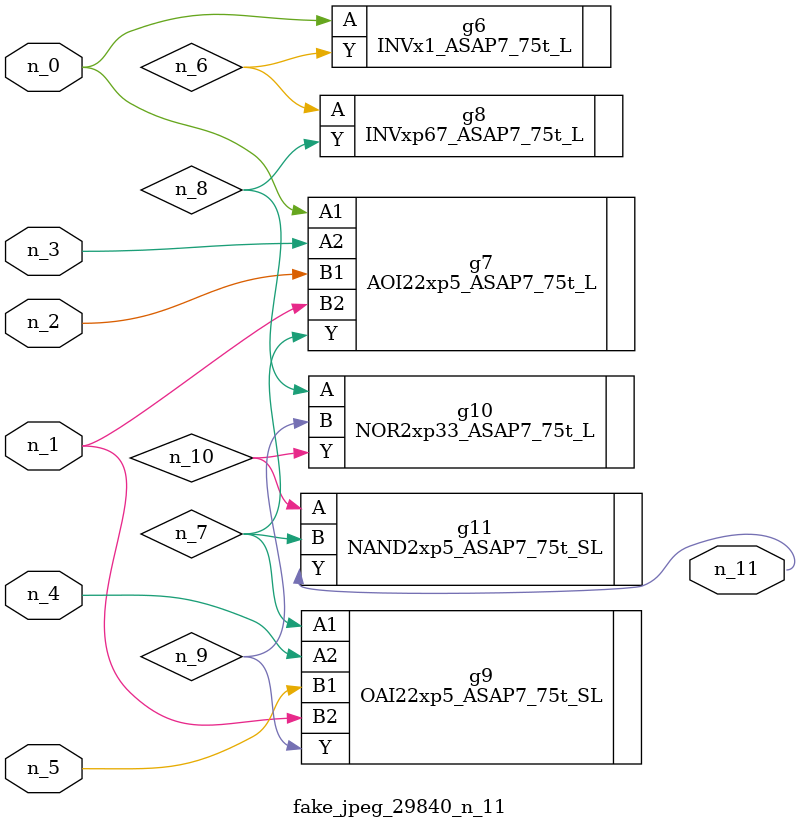
<source format=v>
module fake_jpeg_29840_n_11 (n_3, n_2, n_1, n_0, n_4, n_5, n_11);

input n_3;
input n_2;
input n_1;
input n_0;
input n_4;
input n_5;

output n_11;

wire n_10;
wire n_8;
wire n_9;
wire n_6;
wire n_7;

INVx1_ASAP7_75t_L g6 ( 
.A(n_0),
.Y(n_6)
);

AOI22xp5_ASAP7_75t_L g7 ( 
.A1(n_0),
.A2(n_3),
.B1(n_2),
.B2(n_1),
.Y(n_7)
);

INVxp67_ASAP7_75t_L g8 ( 
.A(n_6),
.Y(n_8)
);

NOR2xp33_ASAP7_75t_L g10 ( 
.A(n_8),
.B(n_9),
.Y(n_10)
);

OAI22xp5_ASAP7_75t_SL g9 ( 
.A1(n_7),
.A2(n_4),
.B1(n_5),
.B2(n_1),
.Y(n_9)
);

NAND2xp5_ASAP7_75t_SL g11 ( 
.A(n_10),
.B(n_7),
.Y(n_11)
);


endmodule
</source>
